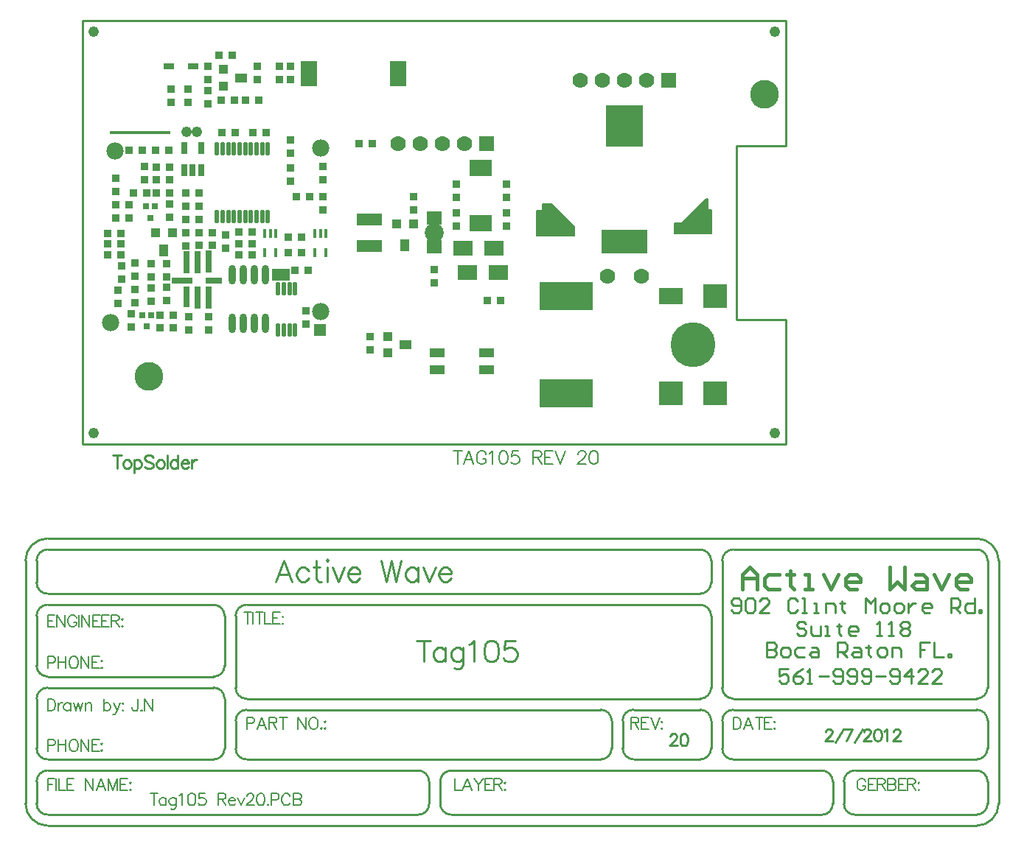
<source format=gts>
%FSLAX25Y25*%
%MOIN*%
G70*
G01*
G75*
G04 Layer_Color=8388736*
%ADD10R,0.01378X0.03543*%
%ADD11R,0.01378X0.03543*%
%ADD12R,0.05700X0.03500*%
%ADD13R,0.23622X0.11811*%
%ADD14R,0.03000X0.03000*%
%ADD15R,0.05000X0.03600*%
%ADD16R,0.03600X0.03600*%
%ADD17R,0.11000X0.04500*%
%ADD18R,0.03600X0.03600*%
%ADD19R,0.03600X0.05000*%
%ADD20R,0.02000X0.05000*%
%ADD21O,0.01600X0.06000*%
%ADD22R,0.02362X0.02362*%
%ADD23R,0.06299X0.05118*%
%ADD24O,0.01600X0.06000*%
%ADD25R,0.09000X0.02362*%
%ADD26R,0.02362X0.10000*%
%ADD27R,0.07000X0.02362*%
%ADD28R,0.02362X0.09000*%
%ADD29O,0.02400X0.08000*%
%ADD30R,0.10000X0.07000*%
%ADD31R,0.10000X0.10000*%
%ADD32C,0.02000*%
%ADD33R,0.20000X0.10000*%
%ADD34R,0.16000X0.18000*%
%ADD35R,0.09055X0.06693*%
%ADD36R,0.08000X0.06000*%
%ADD37C,0.01200*%
%ADD38R,0.07000X0.11000*%
%ADD39R,0.03000X0.03000*%
%ADD40R,0.03937X0.02165*%
%ADD41C,0.04000*%
%ADD42R,0.07400X0.04500*%
%ADD43C,0.04000*%
%ADD44C,0.01500*%
%ADD45C,0.02500*%
%ADD46C,0.00600*%
%ADD47C,0.01600*%
%ADD48C,0.01000*%
%ADD49C,0.01400*%
%ADD50C,0.00800*%
%ADD51C,0.02000*%
%ADD52C,0.03000*%
%ADD53C,0.07400*%
%ADD54C,0.01200*%
%ADD55C,0.00984*%
%ADD56C,0.00900*%
%ADD57C,0.00500*%
%ADD58C,0.06200*%
%ADD59R,0.06200X0.06200*%
%ADD60C,0.19500*%
%ADD61C,0.07000*%
%ADD62C,0.07800*%
%ADD63C,0.12200*%
%ADD64R,0.05000X0.05000*%
%ADD65C,0.02800*%
%ADD66R,0.07000X0.07000*%
%ADD67C,0.05500*%
%ADD68C,0.00400*%
%ADD69C,0.00600*%
%ADD70R,0.27300X0.01800*%
%ADD71R,0.01778X0.03943*%
%ADD72R,0.01778X0.03943*%
%ADD73R,0.06500X0.04300*%
%ADD74R,0.24422X0.12611*%
%ADD75R,0.03800X0.03800*%
%ADD76R,0.05800X0.04400*%
%ADD77R,0.04400X0.04400*%
%ADD78R,0.11800X0.05300*%
%ADD79R,0.04400X0.04400*%
%ADD80R,0.04400X0.05800*%
%ADD81R,0.02800X0.05800*%
%ADD82O,0.02000X0.06400*%
%ADD83R,0.03162X0.03162*%
%ADD84R,0.07099X0.05918*%
%ADD85O,0.02000X0.06400*%
%ADD86R,0.09400X0.02762*%
%ADD87R,0.02762X0.10400*%
%ADD88R,0.07400X0.02762*%
%ADD89R,0.02762X0.09400*%
%ADD90O,0.03200X0.08800*%
%ADD91R,0.10800X0.07800*%
%ADD92R,0.10800X0.10800*%
%ADD93R,0.20800X0.10800*%
%ADD94R,0.16800X0.18800*%
%ADD95R,0.09855X0.07493*%
%ADD96R,0.08800X0.06800*%
%ADD97R,0.07800X0.11800*%
%ADD98R,0.03800X0.03800*%
%ADD99R,0.04737X0.02965*%
%ADD100C,0.04800*%
%ADD101R,0.08200X0.05300*%
%ADD102R,0.03400X0.03400*%
%ADD103R,0.03400X0.03400*%
%ADD104C,0.20300*%
%ADD105C,0.08600*%
%ADD106C,0.13000*%
%ADD107R,0.05800X0.05800*%
G36*
X217253Y93412D02*
Y89312D01*
X200354D01*
Y100612D01*
X203053D01*
Y103512D01*
X207154D01*
X217253Y93412D01*
D02*
G37*
G36*
X277654Y100912D02*
X279254D01*
Y90312D01*
X262754D01*
Y95012D01*
X265854D01*
X276853Y106012D01*
X277654D01*
Y100912D01*
D02*
G37*
D44*
X293352Y-70690D02*
Y-64025D01*
X296685Y-60693D01*
X300017Y-64025D01*
Y-70690D01*
Y-65691D01*
X293352D01*
X310014Y-64025D02*
X305015D01*
X303349Y-65691D01*
Y-69024D01*
X305015Y-70690D01*
X310014D01*
X315012Y-62359D02*
Y-64025D01*
X313346D01*
X316678D01*
X315012D01*
Y-69024D01*
X316678Y-70690D01*
X321676D02*
X325009D01*
X323342D01*
Y-64025D01*
X321676D01*
X330007D02*
X333339Y-70690D01*
X336672Y-64025D01*
X345002Y-70690D02*
X341670D01*
X340004Y-69024D01*
Y-65691D01*
X341670Y-64025D01*
X345002D01*
X346668Y-65691D01*
Y-67357D01*
X340004D01*
X359997Y-60693D02*
Y-70690D01*
X363330Y-67357D01*
X366662Y-70690D01*
Y-60693D01*
X371660Y-64025D02*
X374992D01*
X376659Y-65691D01*
Y-70690D01*
X371660D01*
X369994Y-69024D01*
X371660Y-67357D01*
X376659D01*
X379991Y-64025D02*
X383323Y-70690D01*
X386655Y-64025D01*
X394986Y-70690D02*
X391654D01*
X389988Y-69024D01*
Y-65691D01*
X391654Y-64025D01*
X394986D01*
X396652Y-65691D01*
Y-67357D01*
X389988D01*
D46*
X164501Y-8097D02*
Y-14100D01*
X162500Y-8097D02*
X166502D01*
X171790Y-14100D02*
X169503Y-8097D01*
X167216Y-14100D01*
X168074Y-12099D02*
X170932D01*
X177478Y-9527D02*
X177192Y-8955D01*
X176620Y-8383D01*
X176049Y-8097D01*
X174906D01*
X174334Y-8383D01*
X173762Y-8955D01*
X173476Y-9527D01*
X173190Y-10384D01*
Y-11813D01*
X173476Y-12671D01*
X173762Y-13242D01*
X174334Y-13814D01*
X174906Y-14100D01*
X176049D01*
X176620Y-13814D01*
X177192Y-13242D01*
X177478Y-12671D01*
Y-11813D01*
X176049D02*
X177478D01*
X178850Y-9241D02*
X179422Y-8955D01*
X180279Y-8097D01*
Y-14100D01*
X184967Y-8097D02*
X184109Y-8383D01*
X183538Y-9241D01*
X183252Y-10670D01*
Y-11527D01*
X183538Y-12957D01*
X184109Y-13814D01*
X184967Y-14100D01*
X185539D01*
X186396Y-13814D01*
X186968Y-12957D01*
X187254Y-11527D01*
Y-10670D01*
X186968Y-9241D01*
X186396Y-8383D01*
X185539Y-8097D01*
X184967D01*
X192027D02*
X189169D01*
X188883Y-10670D01*
X189169Y-10384D01*
X190026Y-10098D01*
X190884D01*
X191742Y-10384D01*
X192313Y-10956D01*
X192599Y-11813D01*
Y-12385D01*
X192313Y-13242D01*
X191742Y-13814D01*
X190884Y-14100D01*
X190026D01*
X189169Y-13814D01*
X188883Y-13528D01*
X188597Y-12957D01*
X198659Y-8097D02*
Y-14100D01*
Y-8097D02*
X201231D01*
X202089Y-8383D01*
X202375Y-8669D01*
X202661Y-9241D01*
Y-9812D01*
X202375Y-10384D01*
X202089Y-10670D01*
X201231Y-10956D01*
X198659D01*
X200660D02*
X202661Y-14100D01*
X207720Y-8097D02*
X204004D01*
Y-14100D01*
X207720D01*
X204004Y-10956D02*
X206291D01*
X208720Y-8097D02*
X211007Y-14100D01*
X213294Y-8097D02*
X211007Y-14100D01*
X219068Y-9527D02*
Y-9241D01*
X219354Y-8669D01*
X219639Y-8383D01*
X220211Y-8097D01*
X221355D01*
X221926Y-8383D01*
X222212Y-8669D01*
X222498Y-9241D01*
Y-9812D01*
X222212Y-10384D01*
X221640Y-11242D01*
X218782Y-14100D01*
X222784D01*
X225842Y-8097D02*
X224985Y-8383D01*
X224413Y-9241D01*
X224127Y-10670D01*
Y-11527D01*
X224413Y-12957D01*
X224985Y-13814D01*
X225842Y-14100D01*
X226414D01*
X227272Y-13814D01*
X227843Y-12957D01*
X228129Y-11527D01*
Y-10670D01*
X227843Y-9241D01*
X227272Y-8383D01*
X226414Y-8097D01*
X225842D01*
D48*
X-5000Y186500D02*
X313000D01*
Y130000D02*
Y186500D01*
X290500Y62000D02*
Y122900D01*
X313000Y-5000D02*
Y51400D01*
X-5000Y-5000D02*
X313000D01*
X-5000D02*
Y186500D01*
X299000Y51400D02*
X313000D01*
X290500D02*
Y63000D01*
Y51400D02*
X302000D01*
X290500Y121500D02*
Y130000D01*
X313000D01*
X404192Y-130118D02*
G03*
X399292Y-125218I-4900J0D01*
G01*
X289192D02*
G03*
X284192Y-130218I0J-5000D01*
G01*
X399192Y-120218D02*
G03*
X404192Y-115218I0J5000D01*
G01*
X284192D02*
G03*
X289192Y-120218I5000J0D01*
G01*
X-20808Y-47718D02*
G03*
X-30808Y-57718I0J-10000D01*
G01*
Y-167618D02*
G03*
X-20884Y-177716I10100J0D01*
G01*
X399192Y-177718D02*
G03*
X409192Y-167718I0J10000D01*
G01*
Y-57718D02*
G03*
X399192Y-47718I-10000J0D01*
G01*
X404192Y-57618D02*
G03*
X399121Y-52721I-4900J0D01*
G01*
X399192Y-147718D02*
G03*
X404192Y-142718I0J5000D01*
G01*
X404192Y-157630D02*
G03*
X399192Y-152717I-5000J-87D01*
G01*
Y-172718D02*
G03*
X404192Y-167718I0J5000D01*
G01*
X274192Y-147718D02*
G03*
X279192Y-142718I0J5000D01*
G01*
X284192Y-142818D02*
G03*
X289177Y-147717I4900J0D01*
G01*
X279192Y-130118D02*
G03*
X274292Y-125218I-4900J0D01*
G01*
X-25808Y-167718D02*
G03*
X-20895Y-172717I5000J0D01*
G01*
X274279Y-120218D02*
G03*
X279193Y-115218I-87J5000D01*
G01*
X-20808Y-152718D02*
G03*
X-25808Y-157718I0J-5000D01*
G01*
X279192Y-82718D02*
G03*
X274192Y-77718I-5000J0D01*
G01*
Y-72718D02*
G03*
X279192Y-67718I0J5000D01*
G01*
X289192Y-52718D02*
G03*
X284192Y-57718I0J-5000D01*
G01*
X279192D02*
G03*
X274192Y-52718I-5000J0D01*
G01*
X-20808D02*
G03*
X-25808Y-57718I0J-5000D01*
G01*
Y-67718D02*
G03*
X-20808Y-72718I5000J0D01*
G01*
Y-77718D02*
G03*
X-25808Y-82718I0J-5000D01*
G01*
Y-105218D02*
G03*
X-20808Y-110218I5000J0D01*
G01*
Y-115218D02*
G03*
X-25808Y-120218I0J-5000D01*
G01*
Y-142718D02*
G03*
X-20895Y-147717I5000J0D01*
G01*
X69192Y-77718D02*
G03*
X64192Y-82718I0J-5000D01*
G01*
X69192Y-125218D02*
G03*
X64192Y-130218I0J-5000D01*
G01*
X243992Y-125218D02*
G03*
X239199Y-130269I0J-4800D01*
G01*
X239192Y-142618D02*
G03*
X244203Y-147717I5100J0D01*
G01*
X229292Y-147718D02*
G03*
X234191Y-142732I0J4900D01*
G01*
X234192Y-130118D02*
G03*
X229292Y-125218I-4900J0D01*
G01*
X54292Y-147718D02*
G03*
X59192Y-142818I0J4900D01*
G01*
X64192D02*
G03*
X69092Y-147718I4900J0D01*
G01*
X64192Y-115318D02*
G03*
X69092Y-120218I4900J0D01*
G01*
X59192Y-120118D02*
G03*
X54121Y-115221I-4900J0D01*
G01*
X54392Y-110218D02*
G03*
X59192Y-105418I0J4800D01*
G01*
Y-82618D02*
G03*
X54292Y-77718I-4900J0D01*
G01*
X344192Y-152718D02*
G03*
X339192Y-157718I0J-5000D01*
G01*
Y-167818D02*
G03*
X344178Y-172717I4900J0D01*
G01*
X329308Y-172718D02*
G03*
X334190Y-167750I84J4800D01*
G01*
X334192Y-157718D02*
G03*
X329192Y-152718I-5000J0D01*
G01*
X156692Y-167718D02*
G03*
X161605Y-172717I5000J0D01*
G01*
X161692Y-152718D02*
G03*
X156692Y-157718I0J-5000D01*
G01*
X146808Y-172718D02*
G03*
X151690Y-167750I84J4800D01*
G01*
X151692Y-157718D02*
G03*
X146692Y-152718I-5000J0D01*
G01*
X404192Y-142718D02*
Y-130118D01*
X284192Y-142718D02*
Y-130218D01*
X404192Y-115218D02*
Y-57718D01*
X284192Y-115218D02*
Y-57718D01*
X-30808Y-167718D02*
Y-57718D01*
X-25808Y-167718D02*
Y-157718D01*
X404192Y-167718D02*
Y-157718D01*
X279192Y-142718D02*
Y-130218D01*
X239192Y-142718D02*
Y-130218D01*
X64192Y-142718D02*
Y-130218D01*
X234192Y-142718D02*
Y-130218D01*
X64192Y-115218D02*
Y-82718D01*
X279192Y-115218D02*
Y-82718D01*
Y-67718D02*
Y-57718D01*
X-25808Y-67718D02*
Y-57718D01*
X59192Y-105218D02*
Y-82718D01*
X-25808Y-105218D02*
Y-82718D01*
X59192Y-142718D02*
Y-120218D01*
X-25808Y-142718D02*
Y-120218D01*
X409192Y-167718D02*
Y-57718D01*
X339192Y-167718D02*
Y-157718D01*
X334192Y-167718D02*
Y-157718D01*
X156692Y-167718D02*
Y-157718D01*
X151692Y-167718D02*
Y-157718D01*
X289192Y-125218D02*
X399192D01*
X289192Y-120218D02*
X399192D01*
X69192D02*
X274192D01*
X289192Y-52718D02*
X399192D01*
X289192Y-147718D02*
X399192D01*
X244192Y-125218D02*
X274192D01*
X244192Y-147718D02*
X274192D01*
X69192D02*
X229192D01*
X69192Y-125218D02*
X229192D01*
X69192Y-77718D02*
X274192D01*
X-20808Y-72718D02*
X274192D01*
X-20808Y-77718D02*
X54192D01*
X-20808Y-110218D02*
X54192D01*
X-20808Y-115218D02*
X54192D01*
X-20808Y-147718D02*
X54192D01*
X-20808Y-47718D02*
X399192D01*
X-20808Y-177718D02*
X399192D01*
X-20808Y-52718D02*
X274192D01*
X344192Y-152718D02*
X399192D01*
X344192Y-172718D02*
X399192D01*
X161692Y-152718D02*
X329192D01*
X-20808D02*
X146692D01*
X-20808Y-172718D02*
X146692D01*
X161692D02*
X329192D01*
X322117Y-86358D02*
X321051Y-85292D01*
X318919D01*
X317852Y-86358D01*
Y-87424D01*
X318919Y-88491D01*
X321051D01*
X322117Y-89557D01*
Y-90623D01*
X321051Y-91690D01*
X318919D01*
X317852Y-90623D01*
X324250Y-87424D02*
Y-90623D01*
X325317Y-91690D01*
X328516D01*
Y-87424D01*
X330648Y-91690D02*
X332781D01*
X331714D01*
Y-87424D01*
X330648D01*
X337046Y-86358D02*
Y-87424D01*
X335980D01*
X338112D01*
X337046D01*
Y-90623D01*
X338112Y-91690D01*
X344510D02*
X342378D01*
X341311Y-90623D01*
Y-88491D01*
X342378Y-87424D01*
X344510D01*
X345577Y-88491D01*
Y-89557D01*
X341311D01*
X354107Y-91690D02*
X356240D01*
X355173D01*
Y-85292D01*
X354107Y-86358D01*
X359439Y-91690D02*
X361571D01*
X360505D01*
Y-85292D01*
X359439Y-86358D01*
X364770D02*
X365837Y-85292D01*
X367969D01*
X369036Y-86358D01*
Y-87424D01*
X367969Y-88491D01*
X369036Y-89557D01*
Y-90623D01*
X367969Y-91690D01*
X365837D01*
X364770Y-90623D01*
Y-89557D01*
X365837Y-88491D01*
X364770Y-87424D01*
Y-86358D01*
X365837Y-88491D02*
X367969D01*
X314118Y-106792D02*
X309852D01*
Y-109991D01*
X311985Y-108924D01*
X313051D01*
X314118Y-109991D01*
Y-112123D01*
X313051Y-113190D01*
X310919D01*
X309852Y-112123D01*
X320515Y-106792D02*
X318383Y-107858D01*
X316250Y-109991D01*
Y-112123D01*
X317317Y-113190D01*
X319449D01*
X320515Y-112123D01*
Y-111057D01*
X319449Y-109991D01*
X316250D01*
X322648Y-113190D02*
X324781D01*
X323714D01*
Y-106792D01*
X322648Y-107858D01*
X327980Y-109991D02*
X332245D01*
X334378Y-112123D02*
X335444Y-113190D01*
X337577D01*
X338643Y-112123D01*
Y-107858D01*
X337577Y-106792D01*
X335444D01*
X334378Y-107858D01*
Y-108924D01*
X335444Y-109991D01*
X338643D01*
X340776Y-112123D02*
X341842Y-113190D01*
X343974D01*
X345041Y-112123D01*
Y-107858D01*
X343974Y-106792D01*
X341842D01*
X340776Y-107858D01*
Y-108924D01*
X341842Y-109991D01*
X345041D01*
X347174Y-112123D02*
X348240Y-113190D01*
X350373D01*
X351439Y-112123D01*
Y-107858D01*
X350373Y-106792D01*
X348240D01*
X347174Y-107858D01*
Y-108924D01*
X348240Y-109991D01*
X351439D01*
X353571D02*
X357837D01*
X359969Y-112123D02*
X361036Y-113190D01*
X363168D01*
X364235Y-112123D01*
Y-107858D01*
X363168Y-106792D01*
X361036D01*
X359969Y-107858D01*
Y-108924D01*
X361036Y-109991D01*
X364235D01*
X369566Y-113190D02*
Y-106792D01*
X366367Y-109991D01*
X370633D01*
X377030Y-113190D02*
X372765D01*
X377030Y-108924D01*
Y-107858D01*
X375964Y-106792D01*
X373832D01*
X372765Y-107858D01*
X383428Y-113190D02*
X379163D01*
X383428Y-108924D01*
Y-107858D01*
X382362Y-106792D01*
X380229D01*
X379163Y-107858D01*
X288352Y-80123D02*
X289419Y-81190D01*
X291551D01*
X292618Y-80123D01*
Y-75858D01*
X291551Y-74792D01*
X289419D01*
X288352Y-75858D01*
Y-76925D01*
X289419Y-77991D01*
X292618D01*
X294750Y-75858D02*
X295816Y-74792D01*
X297949D01*
X299015Y-75858D01*
Y-80123D01*
X297949Y-81190D01*
X295816D01*
X294750Y-80123D01*
Y-75858D01*
X305413Y-81190D02*
X301148D01*
X305413Y-76925D01*
Y-75858D01*
X304347Y-74792D01*
X302214D01*
X301148Y-75858D01*
X318209D02*
X317143Y-74792D01*
X315010D01*
X313944Y-75858D01*
Y-80123D01*
X315010Y-81190D01*
X317143D01*
X318209Y-80123D01*
X320342Y-81190D02*
X322475D01*
X321408D01*
Y-74792D01*
X320342D01*
X325674Y-81190D02*
X327806D01*
X326740D01*
Y-76925D01*
X325674D01*
X331005Y-81190D02*
Y-76925D01*
X334204D01*
X335270Y-77991D01*
Y-81190D01*
X338469Y-75858D02*
Y-76925D01*
X337403D01*
X339536D01*
X338469D01*
Y-80123D01*
X339536Y-81190D01*
X349133D02*
Y-74792D01*
X351265Y-76925D01*
X353398Y-74792D01*
Y-81190D01*
X356597D02*
X358730D01*
X359796Y-80123D01*
Y-77991D01*
X358730Y-76925D01*
X356597D01*
X355531Y-77991D01*
Y-80123D01*
X356597Y-81190D01*
X362995D02*
X365127D01*
X366194Y-80123D01*
Y-77991D01*
X365127Y-76925D01*
X362995D01*
X361928Y-77991D01*
Y-80123D01*
X362995Y-81190D01*
X368326Y-76925D02*
Y-81190D01*
Y-79057D01*
X369393Y-77991D01*
X370459Y-76925D01*
X371525D01*
X377923Y-81190D02*
X375791D01*
X374724Y-80123D01*
Y-77991D01*
X375791Y-76925D01*
X377923D01*
X378990Y-77991D01*
Y-79057D01*
X374724D01*
X387520Y-81190D02*
Y-74792D01*
X390719D01*
X391785Y-75858D01*
Y-77991D01*
X390719Y-79057D01*
X387520D01*
X389653D02*
X391785Y-81190D01*
X398183Y-74792D02*
Y-81190D01*
X394984D01*
X393918Y-80123D01*
Y-77991D01*
X394984Y-76925D01*
X398183D01*
X400316Y-81190D02*
Y-80123D01*
X401382D01*
Y-81190D01*
X400316D01*
X304352Y-94792D02*
Y-101190D01*
X307551D01*
X308617Y-100123D01*
Y-99057D01*
X307551Y-97991D01*
X304352D01*
X307551D01*
X308617Y-96925D01*
Y-95858D01*
X307551Y-94792D01*
X304352D01*
X311817Y-101190D02*
X313949D01*
X315016Y-100123D01*
Y-97991D01*
X313949Y-96925D01*
X311817D01*
X310750Y-97991D01*
Y-100123D01*
X311817Y-101190D01*
X321413Y-96925D02*
X318214D01*
X317148Y-97991D01*
Y-100123D01*
X318214Y-101190D01*
X321413D01*
X324612Y-96925D02*
X326745D01*
X327811Y-97991D01*
Y-101190D01*
X324612D01*
X323546Y-100123D01*
X324612Y-99057D01*
X327811D01*
X336342Y-101190D02*
Y-94792D01*
X339541D01*
X340607Y-95858D01*
Y-97991D01*
X339541Y-99057D01*
X336342D01*
X338474D02*
X340607Y-101190D01*
X343806Y-96925D02*
X345939D01*
X347005Y-97991D01*
Y-101190D01*
X343806D01*
X342740Y-100123D01*
X343806Y-99057D01*
X347005D01*
X350204Y-95858D02*
Y-96925D01*
X349138D01*
X351270D01*
X350204D01*
Y-100123D01*
X351270Y-101190D01*
X355536D02*
X357668D01*
X358735Y-100123D01*
Y-97991D01*
X357668Y-96925D01*
X355536D01*
X354469Y-97991D01*
Y-100123D01*
X355536Y-101190D01*
X360867D02*
Y-96925D01*
X364066D01*
X365133Y-97991D01*
Y-101190D01*
X377928Y-94792D02*
X373663D01*
Y-97991D01*
X375796D01*
X373663D01*
Y-101190D01*
X380061Y-94792D02*
Y-101190D01*
X384326D01*
X386459D02*
Y-100123D01*
X387525D01*
Y-101190D01*
X386459D01*
D50*
X275654Y104812D02*
X277654D01*
X276853Y106012D02*
X277654D01*
Y100912D02*
X279254D01*
X275153Y104312D02*
X277654D01*
X274654Y103812D02*
X277654D01*
X271654Y100812D02*
X279254D01*
X271153Y100312D02*
X279254D01*
X270654Y99812D02*
X279254D01*
X270153Y99312D02*
X279254D01*
X276153Y105312D02*
X277654D01*
X276654Y105812D02*
X277654D01*
Y100912D02*
Y106012D01*
X274153Y103312D02*
X277654D01*
X273654Y102812D02*
X277654D01*
X273153Y102312D02*
X277654D01*
X272654Y101812D02*
X277654D01*
X272153Y101312D02*
X277654D01*
X270354Y90312D02*
Y99512D01*
X276853Y90312D02*
Y106012D01*
X276354Y90312D02*
Y105512D01*
X277354Y90312D02*
Y106012D01*
X275354Y90312D02*
Y104512D01*
X275853Y90312D02*
Y105012D01*
X278854Y90312D02*
Y100912D01*
X279254Y90312D02*
Y100912D01*
X277853Y90312D02*
Y100912D01*
X278354Y90312D02*
Y100912D01*
X274354Y90312D02*
Y103512D01*
X273853Y90312D02*
Y103012D01*
X274853Y90312D02*
Y104012D01*
X272853Y90312D02*
Y102012D01*
X273354Y90312D02*
Y102512D01*
X271853Y90312D02*
Y101012D01*
X272354Y90312D02*
Y101512D01*
X270853Y90312D02*
Y100012D01*
X271354Y90312D02*
Y100512D01*
X269153Y98312D02*
X279254D01*
X269654Y98812D02*
X279254D01*
X268653Y97812D02*
X279254D01*
X268154Y97312D02*
X279254D01*
X267653Y96812D02*
X279254D01*
X267154Y96312D02*
X279254D01*
X266653Y95812D02*
X279254D01*
X266154Y95312D02*
X279254D01*
X262754Y92312D02*
X279254D01*
X265854Y95012D02*
X276853Y106012D01*
X262754Y95012D02*
X265854D01*
X262754Y94812D02*
X279254D01*
X262754Y94312D02*
X279254D01*
X262754Y93812D02*
X279254D01*
X262754Y91812D02*
X279254D01*
X262754Y91312D02*
X279254D01*
X262754Y93312D02*
X279254D01*
X262754Y92812D02*
X279254D01*
X269354Y90312D02*
Y98512D01*
X268853Y90312D02*
Y98012D01*
X269853Y90312D02*
Y99012D01*
X267853Y90312D02*
Y97012D01*
X268354Y90312D02*
Y97512D01*
X266853Y90312D02*
Y96012D01*
X267354Y90312D02*
Y96512D01*
X262754Y90812D02*
X279254D01*
X262754Y90312D02*
X279254D01*
X265854D02*
Y95012D01*
X265353Y90312D02*
Y95012D01*
X266354Y90312D02*
Y95512D01*
X264353Y90312D02*
Y95012D01*
X264854Y90312D02*
Y95012D01*
X263353Y90312D02*
Y95012D01*
X263854Y90312D02*
Y95012D01*
X262754Y90312D02*
Y95012D01*
X262854Y90312D02*
Y95012D01*
X213854Y89312D02*
Y96812D01*
X213353Y89312D02*
Y97312D01*
X214353Y89312D02*
Y96312D01*
X207154Y103512D02*
X217253Y93412D01*
X212854Y89312D02*
Y97812D01*
X216853Y89312D02*
Y93812D01*
X217253Y89312D02*
Y93412D01*
X215854Y89312D02*
Y94812D01*
X216354Y89312D02*
Y94312D01*
X203053Y102812D02*
X207854D01*
X203053Y103312D02*
X207353D01*
X203053Y101312D02*
X209353D01*
X203053Y103512D02*
X207154D01*
X203053Y100612D02*
Y103512D01*
X211854Y89312D02*
Y98812D01*
X212353Y89312D02*
Y98312D01*
X210854Y89312D02*
Y99812D01*
X211353Y89312D02*
Y99312D01*
X208854Y89312D02*
Y101812D01*
X208353Y89312D02*
Y102312D01*
X209353Y89312D02*
Y101312D01*
X207353Y89312D02*
Y103312D01*
X207854Y89312D02*
Y102812D01*
X214854Y89312D02*
Y95812D01*
X215353Y89312D02*
Y95312D01*
X209854Y89312D02*
Y100812D01*
X210353Y89312D02*
Y100312D01*
X204353Y89312D02*
Y103512D01*
X204854Y89312D02*
Y103512D01*
X203354Y89312D02*
Y103512D01*
X203854Y89312D02*
Y103512D01*
X206353Y89312D02*
Y103512D01*
X206854Y89312D02*
Y103512D01*
X205353Y89312D02*
Y103512D01*
X205854Y89312D02*
Y103512D01*
X200354Y96812D02*
X213854D01*
X200354Y97312D02*
X213353D01*
X200354Y96312D02*
X214353D01*
X200354Y98312D02*
X212353D01*
X200354Y97812D02*
X212854D01*
X200354Y94812D02*
X215854D01*
X200354Y94312D02*
X216354D01*
X200354Y95812D02*
X214854D01*
X200354Y95312D02*
X215353D01*
X203053Y102312D02*
X208353D01*
X203053Y101812D02*
X208854D01*
X203053Y100812D02*
X209854D01*
X200354Y100612D02*
X203053D01*
X200354Y99312D02*
X211353D01*
X200354Y98812D02*
X211854D01*
X200354Y100312D02*
X210353D01*
X200354Y99812D02*
X210854D01*
X200354Y91812D02*
X217253D01*
X200354Y92312D02*
X217253D01*
X200354Y91312D02*
X217253D01*
X200354Y93312D02*
X217253D01*
X200354Y92812D02*
X217253D01*
X200354Y89812D02*
X217253D01*
X200354Y89312D02*
X217253D01*
X200354Y90812D02*
X217253D01*
X200354Y90312D02*
X217253D01*
X200853Y89312D02*
Y100612D01*
X201354Y89312D02*
Y100612D01*
X200354Y89312D02*
Y100612D01*
Y89312D02*
Y100612D01*
X202354Y89312D02*
Y100612D01*
X202853Y89312D02*
Y100612D01*
X200354Y93812D02*
X216853D01*
X201853Y89312D02*
Y100612D01*
X20028Y-120491D02*
Y-124554D01*
X19774Y-125315D01*
X19520Y-125569D01*
X19012Y-125823D01*
X18504D01*
X17996Y-125569D01*
X17742Y-125315D01*
X17489Y-124554D01*
Y-124046D01*
X21653Y-125315D02*
X21399Y-125569D01*
X21653Y-125823D01*
X21907Y-125569D01*
X21653Y-125315D01*
X23075Y-120491D02*
Y-125823D01*
Y-120491D02*
X26629Y-125823D01*
Y-120491D02*
Y-125823D01*
D55*
X10501Y-10097D02*
Y-16100D01*
X8500Y-10097D02*
X12502D01*
X14646Y-12098D02*
X14074Y-12384D01*
X13502Y-12956D01*
X13216Y-13813D01*
Y-14385D01*
X13502Y-15243D01*
X14074Y-15814D01*
X14646Y-16100D01*
X15503D01*
X16075Y-15814D01*
X16646Y-15243D01*
X16932Y-14385D01*
Y-13813D01*
X16646Y-12956D01*
X16075Y-12384D01*
X15503Y-12098D01*
X14646D01*
X18247D02*
Y-18101D01*
Y-12956D02*
X18819Y-12384D01*
X19390Y-12098D01*
X20248D01*
X20820Y-12384D01*
X21391Y-12956D01*
X21677Y-13813D01*
Y-14385D01*
X21391Y-15243D01*
X20820Y-15814D01*
X20248Y-16100D01*
X19390D01*
X18819Y-15814D01*
X18247Y-15243D01*
X26965Y-10955D02*
X26394Y-10383D01*
X25536Y-10097D01*
X24393D01*
X23535Y-10383D01*
X22964Y-10955D01*
Y-11527D01*
X23249Y-12098D01*
X23535Y-12384D01*
X24107Y-12670D01*
X25822Y-13242D01*
X26394Y-13527D01*
X26680Y-13813D01*
X26965Y-14385D01*
Y-15243D01*
X26394Y-15814D01*
X25536Y-16100D01*
X24393D01*
X23535Y-15814D01*
X22964Y-15243D01*
X29738Y-12098D02*
X29166Y-12384D01*
X28595Y-12956D01*
X28309Y-13813D01*
Y-14385D01*
X28595Y-15243D01*
X29166Y-15814D01*
X29738Y-16100D01*
X30595D01*
X31167Y-15814D01*
X31739Y-15243D01*
X32025Y-14385D01*
Y-13813D01*
X31739Y-12956D01*
X31167Y-12384D01*
X30595Y-12098D01*
X29738D01*
X33340Y-10097D02*
Y-16100D01*
X38027Y-10097D02*
Y-16100D01*
Y-12956D02*
X37456Y-12384D01*
X36884Y-12098D01*
X36026D01*
X35455Y-12384D01*
X34883Y-12956D01*
X34597Y-13813D01*
Y-14385D01*
X34883Y-15243D01*
X35455Y-15814D01*
X36026Y-16100D01*
X36884D01*
X37456Y-15814D01*
X38027Y-15243D01*
X39628Y-13813D02*
X43058D01*
Y-13242D01*
X42772Y-12670D01*
X42487Y-12384D01*
X41915Y-12098D01*
X41057D01*
X40486Y-12384D01*
X39914Y-12956D01*
X39628Y-13813D01*
Y-14385D01*
X39914Y-15243D01*
X40486Y-15814D01*
X41057Y-16100D01*
X41915D01*
X42487Y-15814D01*
X43058Y-15243D01*
X44344Y-12098D02*
Y-16100D01*
Y-13813D02*
X44630Y-12956D01*
X45202Y-12384D01*
X45774Y-12098D01*
X46631D01*
D56*
X330923Y-135201D02*
Y-134947D01*
X331177Y-134439D01*
X331431Y-134185D01*
X331939Y-133931D01*
X332954D01*
X333462Y-134185D01*
X333716Y-134439D01*
X333970Y-134947D01*
Y-135455D01*
X333716Y-135963D01*
X333208Y-136724D01*
X330669Y-139264D01*
X334224D01*
X335417Y-140025D02*
X338972Y-133931D01*
X342882D02*
X340343Y-139264D01*
X339328Y-133931D02*
X342882D01*
X344076Y-140025D02*
X347631Y-133931D01*
X348240Y-135201D02*
Y-134947D01*
X348494Y-134439D01*
X348748Y-134185D01*
X349256Y-133931D01*
X350272D01*
X350779Y-134185D01*
X351033Y-134439D01*
X351287Y-134947D01*
Y-135455D01*
X351033Y-135963D01*
X350525Y-136724D01*
X347986Y-139264D01*
X351541D01*
X354258Y-133931D02*
X353496Y-134185D01*
X352988Y-134947D01*
X352734Y-136217D01*
Y-136978D01*
X352988Y-138248D01*
X353496Y-139010D01*
X354258Y-139264D01*
X354766D01*
X355528Y-139010D01*
X356035Y-138248D01*
X356289Y-136978D01*
Y-136217D01*
X356035Y-134947D01*
X355528Y-134185D01*
X354766Y-133931D01*
X354258D01*
X357483Y-134947D02*
X357991Y-134693D01*
X358752Y-133931D01*
Y-139264D01*
X361647Y-135201D02*
Y-134947D01*
X361901Y-134439D01*
X362155Y-134185D01*
X362663Y-133931D01*
X363678D01*
X364186Y-134185D01*
X364440Y-134439D01*
X364694Y-134947D01*
Y-135455D01*
X364440Y-135963D01*
X363932Y-136724D01*
X361393Y-139264D01*
X364948D01*
X260696Y-137405D02*
Y-137151D01*
X260950Y-136643D01*
X261204Y-136389D01*
X261712Y-136135D01*
X262727D01*
X263235Y-136389D01*
X263489Y-136643D01*
X263743Y-137151D01*
Y-137659D01*
X263489Y-138167D01*
X262981Y-138928D01*
X260442Y-141468D01*
X263997D01*
X266714Y-136135D02*
X265952Y-136389D01*
X265444Y-137151D01*
X265190Y-138421D01*
Y-139182D01*
X265444Y-140452D01*
X265952Y-141214D01*
X266714Y-141468D01*
X267221D01*
X267983Y-141214D01*
X268491Y-140452D01*
X268745Y-139182D01*
Y-138421D01*
X268491Y-137151D01*
X267983Y-136389D01*
X267221Y-136135D01*
X266714D01*
X89505Y-67218D02*
X85848Y-57620D01*
X82192Y-67218D01*
X83563Y-64018D02*
X88134D01*
X97229Y-62190D02*
X96315Y-61276D01*
X95401Y-60819D01*
X94029D01*
X93115Y-61276D01*
X92201Y-62190D01*
X91744Y-63561D01*
Y-64475D01*
X92201Y-65847D01*
X93115Y-66761D01*
X94029Y-67218D01*
X95401D01*
X96315Y-66761D01*
X97229Y-65847D01*
X100656Y-57620D02*
Y-65390D01*
X101114Y-66761D01*
X102028Y-67218D01*
X102942D01*
X99285Y-60819D02*
X102485D01*
X105227Y-57620D02*
X105684Y-58077D01*
X106141Y-57620D01*
X105684Y-57163D01*
X105227Y-57620D01*
X105684Y-60819D02*
Y-67218D01*
X107832Y-60819D02*
X110574Y-67218D01*
X113317Y-60819D02*
X110574Y-67218D01*
X114871Y-63561D02*
X120355D01*
Y-62647D01*
X119898Y-61733D01*
X119441Y-61276D01*
X118527Y-60819D01*
X117156D01*
X116242Y-61276D01*
X115328Y-62190D01*
X114871Y-63561D01*
Y-64475D01*
X115328Y-65847D01*
X116242Y-66761D01*
X117156Y-67218D01*
X118527D01*
X119441Y-66761D01*
X120355Y-65847D01*
X129953Y-57620D02*
X132238Y-67218D01*
X134523Y-57620D02*
X132238Y-67218D01*
X134523Y-57620D02*
X136809Y-67218D01*
X139094Y-57620D02*
X136809Y-67218D01*
X146498Y-60819D02*
Y-67218D01*
Y-62190D02*
X145584Y-61276D01*
X144670Y-60819D01*
X143299D01*
X142385Y-61276D01*
X141471Y-62190D01*
X141014Y-63561D01*
Y-64475D01*
X141471Y-65847D01*
X142385Y-66761D01*
X143299Y-67218D01*
X144670D01*
X145584Y-66761D01*
X146498Y-65847D01*
X149058Y-60819D02*
X151800Y-67218D01*
X154542Y-60819D02*
X151800Y-67218D01*
X156096Y-63561D02*
X161581D01*
Y-62647D01*
X161124Y-61733D01*
X160667Y-61276D01*
X159752Y-60819D01*
X158381D01*
X157467Y-61276D01*
X156553Y-62190D01*
X156096Y-63561D01*
Y-64475D01*
X156553Y-65847D01*
X157467Y-66761D01*
X158381Y-67218D01*
X159752D01*
X160667Y-66761D01*
X161581Y-65847D01*
X149199Y-93902D02*
Y-103500D01*
X146000Y-93902D02*
X152399D01*
X159026Y-97101D02*
Y-103500D01*
Y-98472D02*
X158112Y-97558D01*
X157198Y-97101D01*
X155826D01*
X154912Y-97558D01*
X153998Y-98472D01*
X153541Y-99844D01*
Y-100758D01*
X153998Y-102129D01*
X154912Y-103043D01*
X155826Y-103500D01*
X157198D01*
X158112Y-103043D01*
X159026Y-102129D01*
X167070Y-97101D02*
Y-104414D01*
X166613Y-105785D01*
X166156Y-106242D01*
X165242Y-106699D01*
X163871D01*
X162956Y-106242D01*
X167070Y-98472D02*
X166156Y-97558D01*
X165242Y-97101D01*
X163871D01*
X162956Y-97558D01*
X162042Y-98472D01*
X161585Y-99844D01*
Y-100758D01*
X162042Y-102129D01*
X162956Y-103043D01*
X163871Y-103500D01*
X165242D01*
X166156Y-103043D01*
X167070Y-102129D01*
X169629Y-95730D02*
X170543Y-95273D01*
X171914Y-93902D01*
Y-103500D01*
X179410Y-93902D02*
X178039Y-94359D01*
X177125Y-95730D01*
X176668Y-98015D01*
Y-99387D01*
X177125Y-101672D01*
X178039Y-103043D01*
X179410Y-103500D01*
X180324D01*
X181695Y-103043D01*
X182609Y-101672D01*
X183066Y-99387D01*
Y-98015D01*
X182609Y-95730D01*
X181695Y-94359D01*
X180324Y-93902D01*
X179410D01*
X190699D02*
X186128D01*
X185671Y-98015D01*
X186128Y-97558D01*
X187500Y-97101D01*
X188871D01*
X190242Y-97558D01*
X191156Y-98472D01*
X191613Y-99844D01*
Y-100758D01*
X191156Y-102129D01*
X190242Y-103043D01*
X188871Y-103500D01*
X187500D01*
X186128Y-103043D01*
X185671Y-102586D01*
X185214Y-101672D01*
D57*
X289192Y-128636D02*
Y-133968D01*
Y-128636D02*
X290969D01*
X291731Y-128889D01*
X292239Y-129397D01*
X292493Y-129905D01*
X292747Y-130667D01*
Y-131936D01*
X292493Y-132698D01*
X292239Y-133206D01*
X291731Y-133714D01*
X290969Y-133968D01*
X289192D01*
X298003D02*
X295971Y-128636D01*
X293940Y-133968D01*
X294702Y-132190D02*
X297241D01*
X301024Y-128636D02*
Y-133968D01*
X299247Y-128636D02*
X302802D01*
X306737D02*
X303437D01*
Y-133968D01*
X306737D01*
X303437Y-131175D02*
X305468D01*
X307880Y-130413D02*
X307626Y-130667D01*
X307880Y-130921D01*
X308134Y-130667D01*
X307880Y-130413D01*
Y-133460D02*
X307626Y-133714D01*
X307880Y-133968D01*
X308134Y-133714D01*
X307880Y-133460D01*
X242942Y-128636D02*
Y-133968D01*
Y-128636D02*
X245227D01*
X245989Y-128889D01*
X246243Y-129143D01*
X246497Y-129651D01*
Y-130159D01*
X246243Y-130667D01*
X245989Y-130921D01*
X245227Y-131175D01*
X242942D01*
X244719D02*
X246497Y-133968D01*
X250991Y-128636D02*
X247690D01*
Y-133968D01*
X250991D01*
X247690Y-131175D02*
X249722D01*
X251880Y-128636D02*
X253911Y-133968D01*
X255943Y-128636D02*
X253911Y-133968D01*
X256882Y-130413D02*
X256628Y-130667D01*
X256882Y-130921D01*
X257136Y-130667D01*
X256882Y-130413D01*
Y-133460D02*
X256628Y-133714D01*
X256882Y-133968D01*
X257136Y-133714D01*
X256882Y-133460D01*
X-20808Y-103928D02*
X-18523D01*
X-17761Y-103675D01*
X-17507Y-103421D01*
X-17253Y-102913D01*
Y-102151D01*
X-17507Y-101643D01*
X-17761Y-101389D01*
X-18523Y-101136D01*
X-20808D01*
Y-106468D01*
X-16060Y-101136D02*
Y-106468D01*
X-12505Y-101136D02*
Y-106468D01*
X-16060Y-103675D02*
X-12505D01*
X-9509Y-101136D02*
X-10017Y-101389D01*
X-10524Y-101897D01*
X-10778Y-102405D01*
X-11032Y-103167D01*
Y-104436D01*
X-10778Y-105198D01*
X-10524Y-105706D01*
X-10017Y-106214D01*
X-9509Y-106468D01*
X-8493D01*
X-7985Y-106214D01*
X-7478Y-105706D01*
X-7224Y-105198D01*
X-6970Y-104436D01*
Y-103167D01*
X-7224Y-102405D01*
X-7478Y-101897D01*
X-7985Y-101389D01*
X-8493Y-101136D01*
X-9509D01*
X-5725D02*
Y-106468D01*
Y-101136D02*
X-2171Y-106468D01*
Y-101136D02*
Y-106468D01*
X2603Y-101136D02*
X-698D01*
Y-106468D01*
X2603D01*
X-698Y-103675D02*
X1333D01*
X3746Y-102913D02*
X3492Y-103167D01*
X3746Y-103421D01*
X3999Y-103167D01*
X3746Y-102913D01*
Y-105960D02*
X3492Y-106214D01*
X3746Y-106468D01*
X3999Y-106214D01*
X3746Y-105960D01*
X-20808Y-141428D02*
X-18523D01*
X-17761Y-141175D01*
X-17507Y-140921D01*
X-17253Y-140413D01*
Y-139651D01*
X-17507Y-139143D01*
X-17761Y-138889D01*
X-18523Y-138636D01*
X-20808D01*
Y-143968D01*
X-16060Y-138636D02*
Y-143968D01*
X-12505Y-138636D02*
Y-143968D01*
X-16060Y-141175D02*
X-12505D01*
X-9509Y-138636D02*
X-10017Y-138889D01*
X-10524Y-139397D01*
X-10778Y-139905D01*
X-11032Y-140667D01*
Y-141936D01*
X-10778Y-142698D01*
X-10524Y-143206D01*
X-10017Y-143714D01*
X-9509Y-143968D01*
X-8493D01*
X-7985Y-143714D01*
X-7478Y-143206D01*
X-7224Y-142698D01*
X-6970Y-141936D01*
Y-140667D01*
X-7224Y-139905D01*
X-7478Y-139397D01*
X-7985Y-138889D01*
X-8493Y-138636D01*
X-9509D01*
X-5725D02*
Y-143968D01*
Y-138636D02*
X-2171Y-143968D01*
Y-138636D02*
Y-143968D01*
X2603Y-138636D02*
X-698D01*
Y-143968D01*
X2603D01*
X-698Y-141175D02*
X1333D01*
X3746Y-140413D02*
X3492Y-140667D01*
X3746Y-140921D01*
X3999Y-140667D01*
X3746Y-140413D01*
Y-143460D02*
X3492Y-143714D01*
X3746Y-143968D01*
X3999Y-143714D01*
X3746Y-143460D01*
X163192Y-156386D02*
Y-161718D01*
X166239D01*
X170886D02*
X168854Y-156386D01*
X166823Y-161718D01*
X167585Y-159940D02*
X170124D01*
X172130Y-156386D02*
X174161Y-158925D01*
Y-161718D01*
X176192Y-156386D02*
X174161Y-158925D01*
X180179Y-156386D02*
X176878D01*
Y-161718D01*
X180179D01*
X176878Y-158925D02*
X178909D01*
X181068Y-156386D02*
Y-161718D01*
Y-156386D02*
X183353D01*
X184115Y-156639D01*
X184369Y-156893D01*
X184622Y-157401D01*
Y-157909D01*
X184369Y-158417D01*
X184115Y-158671D01*
X183353Y-158925D01*
X181068D01*
X182845D02*
X184622Y-161718D01*
X186070Y-158163D02*
X185816Y-158417D01*
X186070Y-158671D01*
X186324Y-158417D01*
X186070Y-158163D01*
Y-161210D02*
X185816Y-161464D01*
X186070Y-161718D01*
X186324Y-161464D01*
X186070Y-161210D01*
X-17507Y-82385D02*
X-20808D01*
Y-87718D01*
X-17507D01*
X-20808Y-84925D02*
X-18777D01*
X-16618Y-82385D02*
Y-87718D01*
Y-82385D02*
X-13064Y-87718D01*
Y-82385D02*
Y-87718D01*
X-7782Y-83655D02*
X-8036Y-83147D01*
X-8544Y-82639D01*
X-9052Y-82385D01*
X-10067D01*
X-10575Y-82639D01*
X-11083Y-83147D01*
X-11337Y-83655D01*
X-11591Y-84417D01*
Y-85686D01*
X-11337Y-86448D01*
X-11083Y-86956D01*
X-10575Y-87464D01*
X-10067Y-87718D01*
X-9052D01*
X-8544Y-87464D01*
X-8036Y-86956D01*
X-7782Y-86448D01*
Y-85686D01*
X-9052D02*
X-7782D01*
X-6563Y-82385D02*
Y-87718D01*
X-5446Y-82385D02*
Y-87718D01*
Y-82385D02*
X-1891Y-87718D01*
Y-82385D02*
Y-87718D01*
X2882Y-82385D02*
X-419D01*
Y-87718D01*
X2882D01*
X-419Y-84925D02*
X1613D01*
X7072Y-82385D02*
X3771D01*
Y-87718D01*
X7072D01*
X3771Y-84925D02*
X5802D01*
X7961Y-82385D02*
Y-87718D01*
Y-82385D02*
X10246D01*
X11008Y-82639D01*
X11261Y-82893D01*
X11515Y-83401D01*
Y-83909D01*
X11261Y-84417D01*
X11008Y-84671D01*
X10246Y-84925D01*
X7961D01*
X9738D02*
X11515Y-87718D01*
X12963Y-84163D02*
X12709Y-84417D01*
X12963Y-84671D01*
X13217Y-84417D01*
X12963Y-84163D01*
Y-87210D02*
X12709Y-87464D01*
X12963Y-87718D01*
X13217Y-87464D01*
X12963Y-87210D01*
X69192Y-131429D02*
X71477D01*
X72239Y-131175D01*
X72493Y-130921D01*
X72747Y-130413D01*
Y-129651D01*
X72493Y-129143D01*
X72239Y-128889D01*
X71477Y-128636D01*
X69192D01*
Y-133968D01*
X78003D02*
X75972Y-128636D01*
X73940Y-133968D01*
X74702Y-132190D02*
X77241D01*
X79247Y-128636D02*
Y-133968D01*
Y-128636D02*
X81532D01*
X82294Y-128889D01*
X82548Y-129143D01*
X82802Y-129651D01*
Y-130159D01*
X82548Y-130667D01*
X82294Y-130921D01*
X81532Y-131175D01*
X79247D01*
X81024D02*
X82802Y-133968D01*
X85773Y-128636D02*
Y-133968D01*
X83995Y-128636D02*
X87550D01*
X92374D02*
Y-133968D01*
Y-128636D02*
X95929Y-133968D01*
Y-128636D02*
Y-133968D01*
X98926Y-128636D02*
X98418Y-128889D01*
X97910Y-129397D01*
X97656Y-129905D01*
X97402Y-130667D01*
Y-131936D01*
X97656Y-132698D01*
X97910Y-133206D01*
X98418Y-133714D01*
X98926Y-133968D01*
X99941D01*
X100449Y-133714D01*
X100957Y-133206D01*
X101211Y-132698D01*
X101465Y-131936D01*
Y-130667D01*
X101211Y-129905D01*
X100957Y-129397D01*
X100449Y-128889D01*
X99941Y-128636D01*
X98926D01*
X102963Y-133460D02*
X102709Y-133714D01*
X102963Y-133968D01*
X103217Y-133714D01*
X102963Y-133460D01*
X104639Y-130413D02*
X104385Y-130667D01*
X104639Y-130921D01*
X104893Y-130667D01*
X104639Y-130413D01*
Y-133460D02*
X104385Y-133714D01*
X104639Y-133968D01*
X104893Y-133714D01*
X104639Y-133460D01*
X69719Y-81135D02*
Y-86468D01*
X67942Y-81135D02*
X71497D01*
X72132D02*
Y-86468D01*
X75026Y-81135D02*
Y-86468D01*
X73249Y-81135D02*
X76804D01*
X77438D02*
Y-86468D01*
X80485D01*
X84370Y-81135D02*
X81069D01*
Y-86468D01*
X84370D01*
X81069Y-83675D02*
X83101D01*
X85513Y-82913D02*
X85259Y-83167D01*
X85513Y-83421D01*
X85767Y-83167D01*
X85513Y-82913D01*
Y-85960D02*
X85259Y-86214D01*
X85513Y-86468D01*
X85767Y-86214D01*
X85513Y-85960D01*
X-20808Y-120386D02*
Y-125718D01*
Y-120386D02*
X-19031D01*
X-18269Y-120639D01*
X-17761Y-121147D01*
X-17507Y-121655D01*
X-17253Y-122417D01*
Y-123686D01*
X-17507Y-124448D01*
X-17761Y-124956D01*
X-18269Y-125464D01*
X-19031Y-125718D01*
X-20808D01*
X-16060Y-122163D02*
Y-125718D01*
Y-123686D02*
X-15806Y-122925D01*
X-15298Y-122417D01*
X-14790Y-122163D01*
X-14029D01*
X-10499D02*
Y-125718D01*
Y-122925D02*
X-11007Y-122417D01*
X-11515Y-122163D01*
X-12276D01*
X-12784Y-122417D01*
X-13292Y-122925D01*
X-13546Y-123686D01*
Y-124194D01*
X-13292Y-124956D01*
X-12784Y-125464D01*
X-12276Y-125718D01*
X-11515D01*
X-11007Y-125464D01*
X-10499Y-124956D01*
X-9077Y-122163D02*
X-8061Y-125718D01*
X-7046Y-122163D02*
X-8061Y-125718D01*
X-7046Y-122163D02*
X-6030Y-125718D01*
X-5015Y-122163D02*
X-6030Y-125718D01*
X-3770Y-122163D02*
Y-125718D01*
Y-123179D02*
X-3008Y-122417D01*
X-2501Y-122163D01*
X-1739D01*
X-1231Y-122417D01*
X-977Y-123179D01*
Y-125718D01*
X4609Y-120386D02*
Y-125718D01*
Y-122925D02*
X5117Y-122417D01*
X5625Y-122163D01*
X6386D01*
X6894Y-122417D01*
X7402Y-122925D01*
X7656Y-123686D01*
Y-124194D01*
X7402Y-124956D01*
X6894Y-125464D01*
X6386Y-125718D01*
X5625D01*
X5117Y-125464D01*
X4609Y-124956D01*
X9052Y-122163D02*
X10576Y-125718D01*
X12099Y-122163D02*
X10576Y-125718D01*
X10068Y-126733D01*
X9560Y-127241D01*
X9052Y-127495D01*
X8799D01*
X13242Y-122163D02*
X12988Y-122417D01*
X13242Y-122671D01*
X13496Y-122417D01*
X13242Y-122163D01*
Y-125210D02*
X12988Y-125464D01*
X13242Y-125718D01*
X13496Y-125464D01*
X13242Y-125210D01*
X-20808Y-156386D02*
Y-161718D01*
Y-156386D02*
X-17507D01*
X-20808Y-158925D02*
X-18777D01*
X-16898Y-156386D02*
Y-161718D01*
X-15780Y-156386D02*
Y-161718D01*
X-12733D01*
X-8849Y-156386D02*
X-12150D01*
Y-161718D01*
X-8849D01*
X-12150Y-158925D02*
X-10118D01*
X-3770Y-156386D02*
Y-161718D01*
Y-156386D02*
X-216Y-161718D01*
Y-156386D02*
Y-161718D01*
X5320D02*
X3289Y-156386D01*
X1257Y-161718D01*
X2019Y-159940D02*
X4558D01*
X6564Y-156386D02*
Y-161718D01*
Y-156386D02*
X8595Y-161718D01*
X10627Y-156386D02*
X8595Y-161718D01*
X10627Y-156386D02*
Y-161718D01*
X15451Y-156386D02*
X12150D01*
Y-161718D01*
X15451D01*
X12150Y-158925D02*
X14182D01*
X16594Y-158163D02*
X16340Y-158417D01*
X16594Y-158671D01*
X16848Y-158417D01*
X16594Y-158163D01*
Y-161210D02*
X16340Y-161464D01*
X16594Y-161718D01*
X16848Y-161464D01*
X16594Y-161210D01*
X349001Y-157655D02*
X348747Y-157147D01*
X348239Y-156639D01*
X347731Y-156386D01*
X346715D01*
X346208Y-156639D01*
X345700Y-157147D01*
X345446Y-157655D01*
X345192Y-158417D01*
Y-159686D01*
X345446Y-160448D01*
X345700Y-160956D01*
X346208Y-161464D01*
X346715Y-161718D01*
X347731D01*
X348239Y-161464D01*
X348747Y-160956D01*
X349001Y-160448D01*
Y-159686D01*
X347731D02*
X349001D01*
X353520Y-156386D02*
X350219D01*
Y-161718D01*
X353520D01*
X350219Y-158925D02*
X352251D01*
X354409Y-156386D02*
Y-161718D01*
Y-156386D02*
X356694D01*
X357456Y-156639D01*
X357710Y-156893D01*
X357964Y-157401D01*
Y-157909D01*
X357710Y-158417D01*
X357456Y-158671D01*
X356694Y-158925D01*
X354409D01*
X356187D02*
X357964Y-161718D01*
X359157Y-156386D02*
Y-161718D01*
Y-156386D02*
X361443D01*
X362204Y-156639D01*
X362458Y-156893D01*
X362712Y-157401D01*
Y-157909D01*
X362458Y-158417D01*
X362204Y-158671D01*
X361443Y-158925D01*
X359157D02*
X361443D01*
X362204Y-159178D01*
X362458Y-159432D01*
X362712Y-159940D01*
Y-160702D01*
X362458Y-161210D01*
X362204Y-161464D01*
X361443Y-161718D01*
X359157D01*
X367206Y-156386D02*
X363906D01*
Y-161718D01*
X367206D01*
X363906Y-158925D02*
X365937D01*
X368095Y-156386D02*
Y-161718D01*
Y-156386D02*
X370380D01*
X371142Y-156639D01*
X371396Y-156893D01*
X371650Y-157401D01*
Y-157909D01*
X371396Y-158417D01*
X371142Y-158671D01*
X370380Y-158925D01*
X368095D01*
X369873D02*
X371650Y-161718D01*
X373097Y-158163D02*
X372843Y-158417D01*
X373097Y-158671D01*
X373351Y-158417D01*
X373097Y-158163D01*
Y-161210D02*
X372843Y-161464D01*
X373097Y-161718D01*
X373351Y-161464D01*
X373097Y-161210D01*
X27277Y-163168D02*
Y-168500D01*
X25500Y-163168D02*
X29055D01*
X32737Y-164945D02*
Y-168500D01*
Y-165707D02*
X32229Y-165199D01*
X31721Y-164945D01*
X30959D01*
X30451Y-165199D01*
X29943Y-165707D01*
X29690Y-166469D01*
Y-166976D01*
X29943Y-167738D01*
X30451Y-168246D01*
X30959Y-168500D01*
X31721D01*
X32229Y-168246D01*
X32737Y-167738D01*
X37205Y-164945D02*
Y-169008D01*
X36952Y-169770D01*
X36698Y-170024D01*
X36190Y-170277D01*
X35428D01*
X34920Y-170024D01*
X37205Y-165707D02*
X36698Y-165199D01*
X36190Y-164945D01*
X35428D01*
X34920Y-165199D01*
X34412Y-165707D01*
X34159Y-166469D01*
Y-166976D01*
X34412Y-167738D01*
X34920Y-168246D01*
X35428Y-168500D01*
X36190D01*
X36698Y-168246D01*
X37205Y-167738D01*
X38627Y-164183D02*
X39135Y-163929D01*
X39897Y-163168D01*
Y-168500D01*
X44061Y-163168D02*
X43299Y-163422D01*
X42792Y-164183D01*
X42538Y-165453D01*
Y-166215D01*
X42792Y-167484D01*
X43299Y-168246D01*
X44061Y-168500D01*
X44569D01*
X45331Y-168246D01*
X45839Y-167484D01*
X46093Y-166215D01*
Y-165453D01*
X45839Y-164183D01*
X45331Y-163422D01*
X44569Y-163168D01*
X44061D01*
X50333D02*
X47794D01*
X47540Y-165453D01*
X47794Y-165199D01*
X48555Y-164945D01*
X49317D01*
X50079Y-165199D01*
X50587Y-165707D01*
X50841Y-166469D01*
Y-166976D01*
X50587Y-167738D01*
X50079Y-168246D01*
X49317Y-168500D01*
X48555D01*
X47794Y-168246D01*
X47540Y-167992D01*
X47286Y-167484D01*
X56224Y-163168D02*
Y-168500D01*
Y-163168D02*
X58509D01*
X59271Y-163422D01*
X59525Y-163676D01*
X59778Y-164183D01*
Y-164691D01*
X59525Y-165199D01*
X59271Y-165453D01*
X58509Y-165707D01*
X56224D01*
X58001D02*
X59778Y-168500D01*
X60972Y-166469D02*
X64019D01*
Y-165961D01*
X63765Y-165453D01*
X63511Y-165199D01*
X63003Y-164945D01*
X62242D01*
X61734Y-165199D01*
X61226Y-165707D01*
X60972Y-166469D01*
Y-166976D01*
X61226Y-167738D01*
X61734Y-168246D01*
X62242Y-168500D01*
X63003D01*
X63511Y-168246D01*
X64019Y-167738D01*
X65162Y-164945D02*
X66685Y-168500D01*
X68208Y-164945D02*
X66685Y-168500D01*
X69326Y-164437D02*
Y-164183D01*
X69580Y-163676D01*
X69834Y-163422D01*
X70341Y-163168D01*
X71357D01*
X71865Y-163422D01*
X72119Y-163676D01*
X72373Y-164183D01*
Y-164691D01*
X72119Y-165199D01*
X71611Y-165961D01*
X69072Y-168500D01*
X72627D01*
X75344Y-163168D02*
X74582Y-163422D01*
X74074Y-164183D01*
X73820Y-165453D01*
Y-166215D01*
X74074Y-167484D01*
X74582Y-168246D01*
X75344Y-168500D01*
X75851D01*
X76613Y-168246D01*
X77121Y-167484D01*
X77375Y-166215D01*
Y-165453D01*
X77121Y-164183D01*
X76613Y-163422D01*
X75851Y-163168D01*
X75344D01*
X78822Y-167992D02*
X78568Y-168246D01*
X78822Y-168500D01*
X79076Y-168246D01*
X78822Y-167992D01*
X80244Y-165961D02*
X82529D01*
X83291Y-165707D01*
X83545Y-165453D01*
X83799Y-164945D01*
Y-164183D01*
X83545Y-163676D01*
X83291Y-163422D01*
X82529Y-163168D01*
X80244D01*
Y-168500D01*
X88801Y-164437D02*
X88547Y-163929D01*
X88039Y-163422D01*
X87531Y-163168D01*
X86516D01*
X86008Y-163422D01*
X85500Y-163929D01*
X85246Y-164437D01*
X84992Y-165199D01*
Y-166469D01*
X85246Y-167230D01*
X85500Y-167738D01*
X86008Y-168246D01*
X86516Y-168500D01*
X87531D01*
X88039Y-168246D01*
X88547Y-167738D01*
X88801Y-167230D01*
X90299Y-163168D02*
Y-168500D01*
Y-163168D02*
X92584D01*
X93346Y-163422D01*
X93600Y-163676D01*
X93854Y-164183D01*
Y-164691D01*
X93600Y-165199D01*
X93346Y-165453D01*
X92584Y-165707D01*
X90299D02*
X92584D01*
X93346Y-165961D01*
X93600Y-166215D01*
X93854Y-166723D01*
Y-167484D01*
X93600Y-167992D01*
X93346Y-168246D01*
X92584Y-168500D01*
X90299D01*
D61*
X240000Y159500D02*
D03*
X250000D02*
D03*
X230000D02*
D03*
X220000D02*
D03*
X167500Y131000D02*
D03*
X247754Y71112D02*
D03*
X232254D02*
D03*
X147500Y131000D02*
D03*
X157500D02*
D03*
X137500D02*
D03*
D62*
X9800Y127500D02*
D03*
X7600Y50100D02*
D03*
X102500Y129000D02*
D03*
X102600Y55000D02*
D03*
D65*
X208353Y94512D02*
D03*
X271354Y95012D02*
D03*
D66*
X260000Y159500D02*
D03*
X177500Y131000D02*
D03*
D70*
X21050Y136100D02*
D03*
D71*
X82459Y90431D02*
D03*
X105159D02*
D03*
D72*
X82459Y81769D02*
D03*
X77341D02*
D03*
X79900Y90431D02*
D03*
X77341D02*
D03*
X100041D02*
D03*
X102600D02*
D03*
X100041Y81769D02*
D03*
X105159D02*
D03*
D73*
X177800Y28750D02*
D03*
Y36450D02*
D03*
X155200Y28550D02*
D03*
Y36450D02*
D03*
D74*
X213500Y62047D02*
D03*
Y17953D02*
D03*
D75*
X125000Y37500D02*
D03*
Y43500D02*
D03*
X34900Y149559D02*
D03*
Y155559D02*
D03*
X26100Y65500D02*
D03*
Y59500D02*
D03*
X103600Y101100D02*
D03*
Y107100D02*
D03*
X47600Y102600D02*
D03*
Y96600D02*
D03*
X154000Y74000D02*
D03*
Y68000D02*
D03*
X15900Y97200D02*
D03*
Y103200D02*
D03*
X103500Y120600D02*
D03*
Y114600D02*
D03*
X9900Y115200D02*
D03*
Y109200D02*
D03*
Y103200D02*
D03*
Y97200D02*
D03*
X11100Y64694D02*
D03*
Y58694D02*
D03*
X33100Y76600D02*
D03*
Y70600D02*
D03*
X144500Y101000D02*
D03*
Y107000D02*
D03*
X41600Y96600D02*
D03*
Y102600D02*
D03*
X186500Y99500D02*
D03*
Y93500D02*
D03*
Y106500D02*
D03*
Y112500D02*
D03*
X164000Y99500D02*
D03*
Y93500D02*
D03*
Y112500D02*
D03*
Y106500D02*
D03*
X96087Y49300D02*
D03*
Y55300D02*
D03*
X34200Y97500D02*
D03*
Y103500D02*
D03*
X22900Y114700D02*
D03*
Y120700D02*
D03*
X89000Y114000D02*
D03*
Y120000D02*
D03*
X17100Y48100D02*
D03*
Y54100D02*
D03*
X52041Y46659D02*
D03*
Y52659D02*
D03*
X89000Y126500D02*
D03*
Y132500D02*
D03*
X43041Y46659D02*
D03*
Y52659D02*
D03*
X33000Y60100D02*
D03*
Y66100D02*
D03*
X18500Y59100D02*
D03*
Y65100D02*
D03*
X18600Y71100D02*
D03*
Y77100D02*
D03*
X51500Y160000D02*
D03*
Y166000D02*
D03*
X74000Y160000D02*
D03*
Y166000D02*
D03*
X84000Y160000D02*
D03*
Y166000D02*
D03*
X89000Y160000D02*
D03*
Y166000D02*
D03*
X41600Y90800D02*
D03*
X59600Y83600D02*
D03*
Y89600D02*
D03*
X12500Y75500D02*
D03*
Y69500D02*
D03*
X26100Y76600D02*
D03*
Y70600D02*
D03*
X42500Y155500D02*
D03*
Y149500D02*
D03*
X51500Y149000D02*
D03*
Y155000D02*
D03*
D76*
X66500Y160700D02*
D03*
X140900Y39900D02*
D03*
D77*
X58500Y157000D02*
D03*
Y164500D02*
D03*
X132900Y43700D02*
D03*
Y36200D02*
D03*
D78*
X124500Y84500D02*
D03*
Y96500D02*
D03*
D79*
X144500Y94500D02*
D03*
X137020D02*
D03*
X28100Y90800D02*
D03*
X35600D02*
D03*
D80*
X140760Y85051D02*
D03*
X31800Y82800D02*
D03*
D81*
X48600Y119100D02*
D03*
X44800D02*
D03*
X48600Y129100D02*
D03*
X41100D02*
D03*
Y119100D02*
D03*
D82*
X60887Y97891D02*
D03*
X71123D02*
D03*
X58328Y128600D02*
D03*
X60887D02*
D03*
X76241D02*
D03*
X66005D02*
D03*
X58328Y97891D02*
D03*
X55769Y128600D02*
D03*
X78800D02*
D03*
X76241Y97891D02*
D03*
X73682D02*
D03*
X71123Y128600D02*
D03*
X68564Y97891D02*
D03*
X66005D02*
D03*
X73682Y128600D02*
D03*
X63446D02*
D03*
X78800Y97891D02*
D03*
X68564Y128600D02*
D03*
X63446Y97891D02*
D03*
X55769D02*
D03*
D83*
X22100Y53300D02*
D03*
X26037D02*
D03*
X24069Y48182D02*
D03*
X25668Y97382D02*
D03*
X27637Y102500D02*
D03*
X23700D02*
D03*
D84*
X154015Y84204D02*
D03*
Y97196D02*
D03*
D85*
X85982Y65400D02*
D03*
X91100Y46715D02*
D03*
X88541Y65400D02*
D03*
X91100D02*
D03*
X83423Y46715D02*
D03*
X88541D02*
D03*
X85982D02*
D03*
X83423Y65400D02*
D03*
D86*
X40107Y69032D02*
D03*
D87*
X42100Y77400D02*
D03*
X47100D02*
D03*
X52000Y77500D02*
D03*
X52100Y61194D02*
D03*
X47100D02*
D03*
D88*
X54307Y69032D02*
D03*
D89*
X42100Y61694D02*
D03*
D90*
X77800Y49500D02*
D03*
X67800Y71500D02*
D03*
X77800D02*
D03*
X72800D02*
D03*
X62800D02*
D03*
X72800Y49500D02*
D03*
X67800D02*
D03*
X62800D02*
D03*
D91*
X261000Y62000D02*
D03*
D92*
Y18000D02*
D03*
X281000D02*
D03*
Y62000D02*
D03*
D93*
X239854Y86512D02*
D03*
D94*
Y138900D02*
D03*
D95*
X175000Y120098D02*
D03*
Y94902D02*
D03*
D96*
X169000Y72500D02*
D03*
X183000D02*
D03*
X181000Y83500D02*
D03*
X167000D02*
D03*
D97*
X137700Y162500D02*
D03*
X97300D02*
D03*
D98*
X71500Y91000D02*
D03*
X65500D02*
D03*
X56500Y171000D02*
D03*
X62500D02*
D03*
X74500Y150500D02*
D03*
X68500D02*
D03*
X63500D02*
D03*
X57500D02*
D03*
X41600Y108600D02*
D03*
X47600D02*
D03*
X184000Y60000D02*
D03*
X178000D02*
D03*
X47600Y90600D02*
D03*
X53600D02*
D03*
X21900Y128100D02*
D03*
X15900D02*
D03*
X34200Y120300D02*
D03*
X28200D02*
D03*
X34200Y114500D02*
D03*
X28200D02*
D03*
X29900Y53400D02*
D03*
X35900D02*
D03*
X34200Y108500D02*
D03*
X71500Y80500D02*
D03*
X65500D02*
D03*
X6400Y90400D02*
D03*
X12400D02*
D03*
X71500Y85500D02*
D03*
X65500D02*
D03*
X36041Y47659D02*
D03*
X30041D02*
D03*
X18000Y108800D02*
D03*
X120000Y131000D02*
D03*
X126000D02*
D03*
X97600Y107100D02*
D03*
X91600D02*
D03*
X72100Y136100D02*
D03*
X78100D02*
D03*
X58000Y136000D02*
D03*
X64000D02*
D03*
X97000Y73500D02*
D03*
X91000D02*
D03*
X28100Y128100D02*
D03*
X34100D02*
D03*
X88000Y88500D02*
D03*
X94000D02*
D03*
X88000Y81500D02*
D03*
X94000D02*
D03*
X6400Y80500D02*
D03*
X12400D02*
D03*
X6400Y85500D02*
D03*
X12400D02*
D03*
D99*
X44894Y166000D02*
D03*
X34106D02*
D03*
D100*
X0Y0D02*
D03*
X308000Y181500D02*
D03*
X0D02*
D03*
X308000Y0D02*
D03*
X41900Y136400D02*
D03*
X46700D02*
D03*
D101*
X84600Y71800D02*
D03*
D102*
X28200Y108500D02*
D03*
X24000Y108800D02*
D03*
X53500Y85000D02*
D03*
X47500D02*
D03*
D103*
X41600Y84800D02*
D03*
D104*
X271000Y40000D02*
D03*
D105*
X154015Y90700D02*
D03*
D106*
X303200Y153300D02*
D03*
X24932Y25484D02*
D03*
D107*
X102400Y46500D02*
D03*
M02*

</source>
